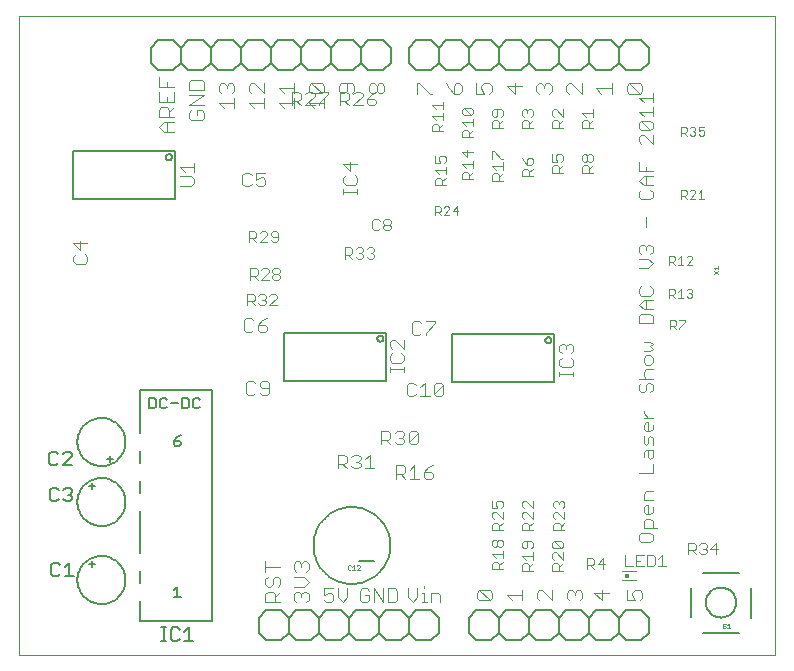
<source format=gto>
G75*
G70*
%OFA0B0*%
%FSLAX24Y24*%
%IPPOS*%
%LPD*%
%AMOC8*
5,1,8,0,0,1.08239X$1,22.5*
%
%ADD10C,0.0040*%
%ADD11C,0.0000*%
%ADD12C,0.0060*%
%ADD13C,0.0050*%
%ADD14C,0.0020*%
%ADD15C,0.0030*%
%ADD16C,0.0080*%
%ADD17C,0.0010*%
%ADD18R,0.0118X0.0118*%
D10*
X010887Y001866D02*
X010887Y002121D01*
X010972Y002207D01*
X011143Y002207D01*
X011228Y002121D01*
X011228Y001866D01*
X011228Y002036D02*
X011399Y002207D01*
X011314Y002373D02*
X011399Y002458D01*
X011399Y002629D01*
X011314Y002714D01*
X011228Y002714D01*
X011143Y002629D01*
X011143Y002458D01*
X011058Y002373D01*
X010972Y002373D01*
X010887Y002458D01*
X010887Y002629D01*
X010972Y002714D01*
X010887Y002881D02*
X010887Y003222D01*
X010887Y003051D02*
X011399Y003051D01*
X011837Y002966D02*
X011837Y003136D01*
X011922Y003222D01*
X012008Y003222D01*
X012093Y003136D01*
X012178Y003222D01*
X012264Y003222D01*
X012349Y003136D01*
X012349Y002966D01*
X012264Y002881D01*
X012178Y002714D02*
X011837Y002714D01*
X011922Y002881D02*
X011837Y002966D01*
X012093Y003051D02*
X012093Y003136D01*
X012178Y002714D02*
X012349Y002544D01*
X012178Y002373D01*
X011837Y002373D01*
X011922Y002207D02*
X012008Y002207D01*
X012093Y002121D01*
X012178Y002207D01*
X012264Y002207D01*
X012349Y002121D01*
X012349Y001951D01*
X012264Y001866D01*
X012093Y002036D02*
X012093Y002121D01*
X011922Y002207D02*
X011837Y002121D01*
X011837Y001951D01*
X011922Y001866D01*
X011399Y001866D02*
X010887Y001866D01*
X012854Y001942D02*
X012931Y001866D01*
X013084Y001866D01*
X013161Y001942D01*
X013161Y002096D01*
X013084Y002172D01*
X013007Y002172D01*
X012854Y002096D01*
X012854Y002326D01*
X013161Y002326D01*
X013314Y002326D02*
X013314Y002019D01*
X013468Y001866D01*
X013621Y002019D01*
X013621Y002326D01*
X014054Y002249D02*
X014054Y001942D01*
X014131Y001866D01*
X014284Y001866D01*
X014361Y001942D01*
X014361Y002096D01*
X014207Y002096D01*
X014054Y002249D02*
X014131Y002326D01*
X014284Y002326D01*
X014361Y002249D01*
X014514Y002326D02*
X014821Y001866D01*
X014821Y002326D01*
X014975Y002326D02*
X015205Y002326D01*
X015281Y002249D01*
X015281Y001942D01*
X015205Y001866D01*
X014975Y001866D01*
X014975Y002326D01*
X014514Y002326D02*
X014514Y001866D01*
X015654Y002019D02*
X015807Y001866D01*
X015961Y002019D01*
X015961Y002326D01*
X016114Y002172D02*
X016191Y002172D01*
X016191Y001866D01*
X016114Y001866D02*
X016268Y001866D01*
X016421Y001866D02*
X016421Y002172D01*
X016651Y002172D01*
X016728Y002096D01*
X016728Y001866D01*
X016191Y002326D02*
X016191Y002403D01*
X015654Y002326D02*
X015654Y002019D01*
X017949Y002006D02*
X018034Y001921D01*
X018375Y001921D01*
X018034Y002262D01*
X018375Y002262D01*
X018461Y002177D01*
X018461Y002006D01*
X018375Y001921D01*
X017949Y002006D02*
X017949Y002177D01*
X018034Y002262D01*
X018949Y002091D02*
X019461Y002091D01*
X019461Y001921D02*
X019461Y002262D01*
X019949Y002177D02*
X019949Y002006D01*
X020034Y001921D01*
X019949Y002177D02*
X020034Y002262D01*
X020119Y002262D01*
X020461Y001921D01*
X020461Y002262D01*
X020949Y002177D02*
X020949Y002006D01*
X021034Y001921D01*
X021205Y002091D02*
X021205Y002177D01*
X021290Y002262D01*
X021375Y002262D01*
X021461Y002177D01*
X021461Y002006D01*
X021375Y001921D01*
X021205Y002177D02*
X021119Y002262D01*
X021034Y002262D01*
X020949Y002177D01*
X021849Y002177D02*
X022105Y001921D01*
X022105Y002262D01*
X022361Y002177D02*
X021849Y002177D01*
X022794Y002613D02*
X023267Y002613D01*
X023267Y002889D02*
X022794Y002889D01*
X022949Y002262D02*
X022949Y001921D01*
X023205Y001921D01*
X023119Y002091D01*
X023119Y002177D01*
X023205Y002262D01*
X023375Y002262D01*
X023461Y002177D01*
X023461Y002006D01*
X023375Y001921D01*
X023427Y003871D02*
X023734Y003871D01*
X023811Y003947D01*
X023811Y004101D01*
X023734Y004178D01*
X023427Y004178D01*
X023350Y004101D01*
X023350Y003947D01*
X023427Y003871D01*
X023504Y004331D02*
X023504Y004561D01*
X023580Y004638D01*
X023734Y004638D01*
X023811Y004561D01*
X023811Y004331D01*
X023964Y004331D02*
X023504Y004331D01*
X023580Y004791D02*
X023504Y004868D01*
X023504Y005022D01*
X023580Y005098D01*
X023657Y005098D01*
X023657Y004791D01*
X023734Y004791D02*
X023580Y004791D01*
X023734Y004791D02*
X023811Y004868D01*
X023811Y005022D01*
X023811Y005252D02*
X023504Y005252D01*
X023504Y005482D01*
X023580Y005559D01*
X023811Y005559D01*
X023811Y006173D02*
X023350Y006173D01*
X023811Y006173D02*
X023811Y006479D01*
X023734Y006633D02*
X023657Y006710D01*
X023657Y006940D01*
X023580Y006940D02*
X023811Y006940D01*
X023811Y006710D01*
X023734Y006633D01*
X023504Y006710D02*
X023504Y006863D01*
X023580Y006940D01*
X023580Y007093D02*
X023504Y007170D01*
X023504Y007400D01*
X023657Y007323D02*
X023657Y007170D01*
X023580Y007093D01*
X023811Y007093D02*
X023811Y007323D01*
X023734Y007400D01*
X023657Y007323D01*
X023657Y007554D02*
X023657Y007861D01*
X023580Y007861D01*
X023504Y007784D01*
X023504Y007630D01*
X023580Y007554D01*
X023734Y007554D01*
X023811Y007630D01*
X023811Y007784D01*
X023811Y008014D02*
X023504Y008014D01*
X023657Y008014D02*
X023504Y008167D01*
X023504Y008244D01*
X023504Y008858D02*
X023580Y008935D01*
X023580Y009088D01*
X023657Y009165D01*
X023734Y009165D01*
X023811Y009088D01*
X023811Y008935D01*
X023734Y008858D01*
X023504Y008858D02*
X023427Y008858D01*
X023350Y008935D01*
X023350Y009088D01*
X023427Y009165D01*
X023350Y009318D02*
X023811Y009318D01*
X023580Y009318D02*
X023504Y009395D01*
X023504Y009548D01*
X023580Y009625D01*
X023811Y009625D01*
X023734Y009779D02*
X023580Y009779D01*
X023504Y009855D01*
X023504Y010009D01*
X023580Y010086D01*
X023734Y010086D01*
X023811Y010009D01*
X023811Y009855D01*
X023734Y009779D01*
X023734Y010239D02*
X023504Y010239D01*
X023734Y010239D02*
X023811Y010316D01*
X023734Y010392D01*
X023811Y010469D01*
X023734Y010546D01*
X023504Y010546D01*
X023350Y011160D02*
X023350Y011390D01*
X023427Y011467D01*
X023734Y011467D01*
X023811Y011390D01*
X023811Y011160D01*
X023350Y011160D01*
X023504Y011620D02*
X023350Y011774D01*
X023504Y011927D01*
X023811Y011927D01*
X023734Y012080D02*
X023427Y012080D01*
X023350Y012157D01*
X023350Y012311D01*
X023427Y012387D01*
X023734Y012387D02*
X023811Y012311D01*
X023811Y012157D01*
X023734Y012080D01*
X023580Y011927D02*
X023580Y011620D01*
X023504Y011620D02*
X023811Y011620D01*
X023657Y013001D02*
X023350Y013001D01*
X023350Y013308D02*
X023657Y013308D01*
X023811Y013155D01*
X023657Y013001D01*
X023734Y013461D02*
X023811Y013538D01*
X023811Y013692D01*
X023734Y013768D01*
X023657Y013768D01*
X023580Y013692D01*
X023580Y013615D01*
X023580Y013692D02*
X023504Y013768D01*
X023427Y013768D01*
X023350Y013692D01*
X023350Y013538D01*
X023427Y013461D01*
X023580Y014382D02*
X023580Y014689D01*
X023427Y015303D02*
X023734Y015303D01*
X023811Y015380D01*
X023811Y015533D01*
X023734Y015610D01*
X023811Y015763D02*
X023504Y015763D01*
X023350Y015917D01*
X023504Y016070D01*
X023811Y016070D01*
X023811Y016224D02*
X023350Y016224D01*
X023350Y016531D01*
X023580Y016377D02*
X023580Y016224D01*
X023580Y016070D02*
X023580Y015763D01*
X023427Y015610D02*
X023350Y015533D01*
X023350Y015380D01*
X023427Y015303D01*
X023427Y017144D02*
X023350Y017221D01*
X023350Y017374D01*
X023427Y017451D01*
X023504Y017451D01*
X023811Y017144D01*
X023811Y017451D01*
X023734Y017605D02*
X023427Y017912D01*
X023734Y017912D01*
X023811Y017835D01*
X023811Y017681D01*
X023734Y017605D01*
X023427Y017605D01*
X023350Y017681D01*
X023350Y017835D01*
X023427Y017912D01*
X023504Y018065D02*
X023350Y018218D01*
X023811Y018218D01*
X023811Y018065D02*
X023811Y018372D01*
X023811Y018525D02*
X023811Y018832D01*
X023811Y018679D02*
X023350Y018679D01*
X023504Y018525D01*
X023374Y018816D02*
X023033Y018816D01*
X022948Y018901D01*
X022948Y019071D01*
X023033Y019157D01*
X023374Y018816D01*
X023460Y018901D01*
X023460Y019071D01*
X023374Y019157D01*
X023033Y019157D01*
X022435Y019157D02*
X022435Y018816D01*
X022435Y018986D02*
X021923Y018986D01*
X022094Y018816D01*
X021435Y018816D02*
X021435Y019157D01*
X021094Y019157D02*
X021008Y019157D01*
X020923Y019071D01*
X020923Y018901D01*
X021008Y018816D01*
X020435Y018901D02*
X020435Y019071D01*
X020349Y019157D01*
X020264Y019157D01*
X020179Y019071D01*
X020179Y018986D01*
X020179Y019071D02*
X020094Y019157D01*
X020008Y019157D01*
X019923Y019071D01*
X019923Y018901D01*
X020008Y018816D01*
X020349Y018816D02*
X020435Y018901D01*
X021094Y019157D02*
X021435Y018816D01*
X019460Y019071D02*
X018948Y019071D01*
X019204Y018816D01*
X019204Y019157D01*
X018435Y019071D02*
X018435Y018901D01*
X018349Y018816D01*
X018179Y018816D02*
X018094Y018986D01*
X018094Y019071D01*
X018179Y019157D01*
X018349Y019157D01*
X018435Y019071D01*
X018179Y018816D02*
X017923Y018816D01*
X017923Y019157D01*
X017435Y019071D02*
X017435Y018901D01*
X017349Y018816D01*
X017179Y018816D01*
X017179Y019071D01*
X017264Y019157D01*
X017349Y019157D01*
X017435Y019071D01*
X017179Y018816D02*
X017008Y018986D01*
X016923Y019157D01*
X016460Y018816D02*
X016374Y018816D01*
X016033Y019157D01*
X015948Y019157D01*
X015948Y018816D01*
X014861Y018906D02*
X014775Y018821D01*
X014690Y018821D01*
X014605Y018906D01*
X014605Y019077D01*
X014690Y019162D01*
X014775Y019162D01*
X014861Y019077D01*
X014861Y018906D01*
X014605Y018906D02*
X014519Y018821D01*
X014434Y018821D01*
X014349Y018906D01*
X014349Y019077D01*
X014434Y019162D01*
X014519Y019162D01*
X014605Y019077D01*
X014597Y018881D02*
X014444Y018804D01*
X014290Y018651D01*
X014520Y018651D01*
X014597Y018574D01*
X014597Y018497D01*
X014520Y018421D01*
X014367Y018421D01*
X014290Y018497D01*
X014290Y018651D01*
X014137Y018728D02*
X014137Y018804D01*
X014060Y018881D01*
X013906Y018881D01*
X013830Y018804D01*
X013775Y018821D02*
X013861Y018906D01*
X013861Y019077D01*
X013775Y019162D01*
X013434Y019162D01*
X013349Y019077D01*
X013349Y018906D01*
X013434Y018821D01*
X013519Y018821D01*
X013605Y018906D01*
X013605Y019162D01*
X013600Y018881D02*
X013676Y018804D01*
X013676Y018651D01*
X013600Y018574D01*
X013369Y018574D01*
X013369Y018421D02*
X013369Y018881D01*
X013600Y018881D01*
X013523Y018574D02*
X013676Y018421D01*
X013830Y018421D02*
X014137Y018728D01*
X014137Y018421D02*
X013830Y018421D01*
X012997Y018804D02*
X012690Y018497D01*
X012690Y018421D01*
X012537Y018421D02*
X012230Y018421D01*
X012537Y018728D01*
X012537Y018804D01*
X012460Y018881D01*
X012306Y018881D01*
X012230Y018804D01*
X012076Y018804D02*
X012076Y018651D01*
X012000Y018574D01*
X011769Y018574D01*
X011861Y018491D02*
X011349Y018491D01*
X011519Y018321D01*
X011769Y018421D02*
X011769Y018881D01*
X012000Y018881D01*
X012076Y018804D01*
X011861Y018828D02*
X011861Y019169D01*
X011861Y018999D02*
X011349Y018999D01*
X011519Y018828D01*
X011861Y018662D02*
X011861Y018321D01*
X012076Y018421D02*
X011923Y018574D01*
X012349Y018491D02*
X012861Y018491D01*
X012861Y018321D02*
X012861Y018662D01*
X012775Y018828D02*
X012434Y018828D01*
X012349Y018914D01*
X012349Y019084D01*
X012434Y019169D01*
X012775Y018828D01*
X012861Y018914D01*
X012861Y019084D01*
X012775Y019169D01*
X012434Y019169D01*
X012690Y018881D02*
X012997Y018881D01*
X012997Y018804D01*
X012519Y018321D02*
X012349Y018491D01*
X010861Y018491D02*
X010349Y018491D01*
X010519Y018321D01*
X010861Y018321D02*
X010861Y018662D01*
X010861Y018828D02*
X010519Y019169D01*
X010434Y019169D01*
X010349Y019084D01*
X010349Y018914D01*
X010434Y018828D01*
X010861Y018828D02*
X010861Y019169D01*
X009861Y019084D02*
X009861Y018914D01*
X009775Y018828D01*
X009861Y018662D02*
X009861Y018321D01*
X009861Y018491D02*
X009349Y018491D01*
X009519Y018321D01*
X009434Y018828D02*
X009349Y018914D01*
X009349Y019084D01*
X009434Y019169D01*
X009519Y019169D01*
X009605Y019084D01*
X009690Y019169D01*
X009775Y019169D01*
X009861Y019084D01*
X009605Y019084D02*
X009605Y018999D01*
X008861Y018936D02*
X008861Y019192D01*
X008775Y019277D01*
X008434Y019277D01*
X008349Y019192D01*
X008349Y018936D01*
X008861Y018936D01*
X008861Y018769D02*
X008349Y018769D01*
X007861Y018877D02*
X007861Y018536D01*
X007349Y018536D01*
X007349Y018877D01*
X007349Y019043D02*
X007349Y019384D01*
X007605Y019214D02*
X007605Y019043D01*
X007861Y019043D02*
X007349Y019043D01*
X007605Y018706D02*
X007605Y018536D01*
X007605Y018369D02*
X007434Y018369D01*
X007349Y018284D01*
X007349Y018028D01*
X007861Y018028D01*
X007861Y017862D02*
X007519Y017862D01*
X007349Y017691D01*
X007519Y017521D01*
X007861Y017521D01*
X007605Y017521D02*
X007605Y017862D01*
X007690Y018028D02*
X007690Y018284D01*
X007605Y018369D01*
X007690Y018199D02*
X007861Y018369D01*
X008349Y018428D02*
X008861Y018769D01*
X008861Y018428D02*
X008349Y018428D01*
X008434Y018262D02*
X008349Y018177D01*
X008349Y018006D01*
X008434Y017921D01*
X008775Y017921D01*
X008861Y018006D01*
X008861Y018177D01*
X008775Y018262D01*
X008605Y018262D01*
X008605Y018091D01*
X008511Y016517D02*
X008511Y016210D01*
X008511Y016364D02*
X008050Y016364D01*
X008204Y016210D01*
X008050Y016057D02*
X008434Y016057D01*
X008511Y015980D01*
X008511Y015827D01*
X008434Y015750D01*
X008050Y015750D01*
X010130Y015797D02*
X010206Y015721D01*
X010360Y015721D01*
X010437Y015797D01*
X010590Y015797D02*
X010667Y015721D01*
X010820Y015721D01*
X010897Y015797D01*
X010897Y015951D01*
X010820Y016028D01*
X010744Y016028D01*
X010590Y015951D01*
X010590Y016181D01*
X010897Y016181D01*
X010437Y016104D02*
X010360Y016181D01*
X010206Y016181D01*
X010130Y016104D01*
X010130Y015797D01*
X013500Y015854D02*
X013577Y015778D01*
X013884Y015778D01*
X013961Y015854D01*
X013961Y016008D01*
X013884Y016085D01*
X013730Y016238D02*
X013730Y016545D01*
X013500Y016468D02*
X013730Y016238D01*
X013577Y016085D02*
X013500Y016008D01*
X013500Y015854D01*
X013500Y015624D02*
X013500Y015471D01*
X013500Y015547D02*
X013961Y015547D01*
X013961Y015471D02*
X013961Y015624D01*
X013961Y016468D02*
X013500Y016468D01*
X010947Y011331D02*
X010794Y011254D01*
X010640Y011101D01*
X010870Y011101D01*
X010947Y011024D01*
X010947Y010947D01*
X010870Y010871D01*
X010717Y010871D01*
X010640Y010947D01*
X010640Y011101D01*
X010487Y011254D02*
X010410Y011331D01*
X010256Y011331D01*
X010180Y011254D01*
X010180Y010947D01*
X010256Y010871D01*
X010410Y010871D01*
X010487Y010947D01*
X010481Y009231D02*
X010327Y009231D01*
X010251Y009154D01*
X010251Y008847D01*
X010327Y008771D01*
X010481Y008771D01*
X010557Y008847D01*
X010711Y008847D02*
X010788Y008771D01*
X010941Y008771D01*
X011018Y008847D01*
X011018Y009154D01*
X010941Y009231D01*
X010788Y009231D01*
X010711Y009154D01*
X010711Y009078D01*
X010788Y009001D01*
X011018Y009001D01*
X010557Y009154D02*
X010481Y009231D01*
X013301Y006781D02*
X013531Y006781D01*
X013607Y006704D01*
X013607Y006551D01*
X013531Y006474D01*
X013301Y006474D01*
X013454Y006474D02*
X013607Y006321D01*
X013761Y006397D02*
X013838Y006321D01*
X013991Y006321D01*
X014068Y006397D01*
X014068Y006474D01*
X013991Y006551D01*
X013914Y006551D01*
X013991Y006551D02*
X014068Y006628D01*
X014068Y006704D01*
X013991Y006781D01*
X013838Y006781D01*
X013761Y006704D01*
X014221Y006628D02*
X014375Y006781D01*
X014375Y006321D01*
X014528Y006321D02*
X014221Y006321D01*
X013301Y006321D02*
X013301Y006781D01*
X014751Y007121D02*
X014751Y007581D01*
X014981Y007581D01*
X015057Y007504D01*
X015057Y007351D01*
X014981Y007274D01*
X014751Y007274D01*
X014904Y007274D02*
X015057Y007121D01*
X015211Y007197D02*
X015288Y007121D01*
X015441Y007121D01*
X015518Y007197D01*
X015518Y007274D01*
X015441Y007351D01*
X015364Y007351D01*
X015441Y007351D02*
X015518Y007428D01*
X015518Y007504D01*
X015441Y007581D01*
X015288Y007581D01*
X015211Y007504D01*
X015671Y007504D02*
X015671Y007197D01*
X015978Y007504D01*
X015978Y007197D01*
X015901Y007121D01*
X015748Y007121D01*
X015671Y007197D01*
X015671Y007504D02*
X015748Y007581D01*
X015901Y007581D01*
X015978Y007504D01*
X015864Y006431D02*
X015864Y005971D01*
X015711Y005971D02*
X016018Y005971D01*
X016171Y006047D02*
X016248Y005971D01*
X016401Y005971D01*
X016478Y006047D01*
X016478Y006124D01*
X016401Y006201D01*
X016171Y006201D01*
X016171Y006047D01*
X016171Y006201D02*
X016325Y006354D01*
X016478Y006431D01*
X015864Y006431D02*
X015711Y006278D01*
X015557Y006354D02*
X015557Y006201D01*
X015481Y006124D01*
X015251Y006124D01*
X015404Y006124D02*
X015557Y005971D01*
X015251Y005971D02*
X015251Y006431D01*
X015481Y006431D01*
X015557Y006354D01*
X015677Y008721D02*
X015831Y008721D01*
X015907Y008797D01*
X016061Y008721D02*
X016368Y008721D01*
X016214Y008721D02*
X016214Y009181D01*
X016061Y009028D01*
X015907Y009104D02*
X015831Y009181D01*
X015677Y009181D01*
X015601Y009104D01*
X015601Y008797D01*
X015677Y008721D01*
X016521Y008797D02*
X016521Y009104D01*
X016598Y009181D01*
X016751Y009181D01*
X016828Y009104D01*
X016521Y008797D01*
X016598Y008721D01*
X016751Y008721D01*
X016828Y008797D01*
X016828Y009104D01*
X015511Y009543D02*
X015511Y009697D01*
X015511Y009620D02*
X015050Y009620D01*
X015050Y009543D02*
X015050Y009697D01*
X015127Y009850D02*
X015434Y009850D01*
X015511Y009927D01*
X015511Y010080D01*
X015434Y010157D01*
X015511Y010310D02*
X015204Y010617D01*
X015127Y010617D01*
X015050Y010541D01*
X015050Y010387D01*
X015127Y010310D01*
X015127Y010157D02*
X015050Y010080D01*
X015050Y009927D01*
X015127Y009850D01*
X015511Y010310D02*
X015511Y010617D01*
X015780Y010847D02*
X015856Y010771D01*
X016010Y010771D01*
X016087Y010847D01*
X016240Y010847D02*
X016240Y010771D01*
X016240Y010847D02*
X016547Y011154D01*
X016547Y011231D01*
X016240Y011231D01*
X016087Y011154D02*
X016010Y011231D01*
X015856Y011231D01*
X015780Y011154D01*
X015780Y010847D01*
X020700Y010391D02*
X020700Y010237D01*
X020777Y010160D01*
X020777Y010007D02*
X020700Y009930D01*
X020700Y009777D01*
X020777Y009700D01*
X021084Y009700D01*
X021161Y009777D01*
X021161Y009930D01*
X021084Y010007D01*
X021084Y010160D02*
X021161Y010237D01*
X021161Y010391D01*
X021084Y010467D01*
X021007Y010467D01*
X020930Y010391D01*
X020930Y010314D01*
X020930Y010391D02*
X020854Y010467D01*
X020777Y010467D01*
X020700Y010391D01*
X020700Y009547D02*
X020700Y009393D01*
X020700Y009470D02*
X021161Y009470D01*
X021161Y009393D02*
X021161Y009547D01*
X018949Y002091D02*
X019119Y001921D01*
X004961Y013227D02*
X004961Y013380D01*
X004884Y013457D01*
X004730Y013610D02*
X004730Y013917D01*
X004500Y013841D02*
X004730Y013610D01*
X004577Y013457D02*
X004500Y013380D01*
X004500Y013227D01*
X004577Y013150D01*
X004884Y013150D01*
X004961Y013227D01*
X004961Y013841D02*
X004500Y013841D01*
D11*
X002681Y021401D02*
X002681Y000101D01*
X027881Y000101D01*
X027881Y021401D01*
X002681Y021401D01*
D12*
X007081Y020351D02*
X007081Y019851D01*
X007331Y019601D01*
X007831Y019601D01*
X008081Y019851D01*
X008331Y019601D01*
X008831Y019601D01*
X009081Y019851D01*
X009081Y020351D01*
X008831Y020601D01*
X008331Y020601D01*
X008081Y020351D01*
X008081Y019851D01*
X008081Y020351D02*
X007831Y020601D01*
X007331Y020601D01*
X007081Y020351D01*
X009081Y020351D02*
X009331Y020601D01*
X009831Y020601D01*
X010081Y020351D01*
X010331Y020601D01*
X010831Y020601D01*
X011081Y020351D01*
X011331Y020601D01*
X011831Y020601D01*
X012081Y020351D01*
X012081Y019851D01*
X011831Y019601D01*
X011331Y019601D01*
X011081Y019851D01*
X010831Y019601D01*
X010331Y019601D01*
X010081Y019851D01*
X009831Y019601D01*
X009331Y019601D01*
X009081Y019851D01*
X010081Y019851D02*
X010081Y020351D01*
X011081Y020351D02*
X011081Y019851D01*
X012081Y019851D02*
X012331Y019601D01*
X012831Y019601D01*
X013081Y019851D01*
X013331Y019601D01*
X013831Y019601D01*
X014081Y019851D01*
X014331Y019601D01*
X014831Y019601D01*
X015081Y019851D01*
X015081Y020351D01*
X014831Y020601D01*
X014331Y020601D01*
X014081Y020351D01*
X014081Y019851D01*
X014081Y020351D02*
X013831Y020601D01*
X013331Y020601D01*
X013081Y020351D01*
X013081Y019851D01*
X013081Y020351D02*
X012831Y020601D01*
X012331Y020601D01*
X012081Y020351D01*
X015681Y020351D02*
X015681Y019851D01*
X015931Y019601D01*
X016431Y019601D01*
X016681Y019851D01*
X016931Y019601D01*
X017431Y019601D01*
X017681Y019851D01*
X017681Y020351D01*
X017431Y020601D01*
X016931Y020601D01*
X016681Y020351D01*
X016681Y019851D01*
X016681Y020351D02*
X016431Y020601D01*
X015931Y020601D01*
X015681Y020351D01*
X017681Y020351D02*
X017931Y020601D01*
X018431Y020601D01*
X018681Y020351D01*
X018931Y020601D01*
X019431Y020601D01*
X019681Y020351D01*
X019931Y020601D01*
X020431Y020601D01*
X020681Y020351D01*
X020681Y019851D01*
X020431Y019601D01*
X019931Y019601D01*
X019681Y019851D01*
X019431Y019601D01*
X018931Y019601D01*
X018681Y019851D01*
X018431Y019601D01*
X017931Y019601D01*
X017681Y019851D01*
X018681Y019851D02*
X018681Y020351D01*
X019681Y020351D02*
X019681Y019851D01*
X020681Y019851D02*
X020931Y019601D01*
X021431Y019601D01*
X021681Y019851D01*
X021931Y019601D01*
X022431Y019601D01*
X022681Y019851D01*
X022931Y019601D01*
X023431Y019601D01*
X023681Y019851D01*
X023681Y020351D01*
X023431Y020601D01*
X022931Y020601D01*
X022681Y020351D01*
X022681Y019851D01*
X022681Y020351D02*
X022431Y020601D01*
X021931Y020601D01*
X021681Y020351D01*
X021681Y019851D01*
X021681Y020351D02*
X021431Y020601D01*
X020931Y020601D01*
X020681Y020351D01*
X009131Y008951D02*
X006731Y008951D01*
X006731Y007501D01*
X006731Y006901D02*
X006731Y006501D01*
X006731Y005901D02*
X006731Y005501D01*
X006731Y004901D02*
X006731Y003501D01*
X006731Y002901D02*
X006731Y002501D01*
X006731Y001901D02*
X006731Y001251D01*
X009131Y001251D01*
X009131Y008951D01*
X005831Y006651D02*
X005631Y006651D01*
X005731Y006751D02*
X005731Y006551D01*
X004631Y007201D02*
X004633Y007257D01*
X004639Y007314D01*
X004649Y007369D01*
X004663Y007424D01*
X004680Y007478D01*
X004702Y007530D01*
X004727Y007580D01*
X004755Y007629D01*
X004787Y007676D01*
X004822Y007720D01*
X004860Y007762D01*
X004901Y007801D01*
X004945Y007836D01*
X004991Y007869D01*
X005039Y007898D01*
X005089Y007924D01*
X005141Y007947D01*
X005195Y007965D01*
X005249Y007980D01*
X005304Y007991D01*
X005360Y007998D01*
X005417Y008001D01*
X005473Y008000D01*
X005530Y007995D01*
X005585Y007986D01*
X005640Y007973D01*
X005694Y007956D01*
X005747Y007936D01*
X005798Y007912D01*
X005847Y007884D01*
X005894Y007853D01*
X005939Y007819D01*
X005982Y007781D01*
X006021Y007741D01*
X006058Y007698D01*
X006091Y007653D01*
X006121Y007605D01*
X006148Y007555D01*
X006171Y007504D01*
X006191Y007451D01*
X006207Y007397D01*
X006219Y007341D01*
X006227Y007286D01*
X006231Y007229D01*
X006231Y007173D01*
X006227Y007116D01*
X006219Y007061D01*
X006207Y007005D01*
X006191Y006951D01*
X006171Y006898D01*
X006148Y006847D01*
X006121Y006797D01*
X006091Y006749D01*
X006058Y006704D01*
X006021Y006661D01*
X005982Y006621D01*
X005939Y006583D01*
X005894Y006549D01*
X005847Y006518D01*
X005798Y006490D01*
X005747Y006466D01*
X005694Y006446D01*
X005640Y006429D01*
X005585Y006416D01*
X005530Y006407D01*
X005473Y006402D01*
X005417Y006401D01*
X005360Y006404D01*
X005304Y006411D01*
X005249Y006422D01*
X005195Y006437D01*
X005141Y006455D01*
X005089Y006478D01*
X005039Y006504D01*
X004991Y006533D01*
X004945Y006566D01*
X004901Y006601D01*
X004860Y006640D01*
X004822Y006682D01*
X004787Y006726D01*
X004755Y006773D01*
X004727Y006822D01*
X004702Y006872D01*
X004680Y006924D01*
X004663Y006978D01*
X004649Y007033D01*
X004639Y007088D01*
X004633Y007145D01*
X004631Y007201D01*
X005131Y005851D02*
X005131Y005651D01*
X005031Y005751D02*
X005231Y005751D01*
X004631Y005201D02*
X004633Y005257D01*
X004639Y005314D01*
X004649Y005369D01*
X004663Y005424D01*
X004680Y005478D01*
X004702Y005530D01*
X004727Y005580D01*
X004755Y005629D01*
X004787Y005676D01*
X004822Y005720D01*
X004860Y005762D01*
X004901Y005801D01*
X004945Y005836D01*
X004991Y005869D01*
X005039Y005898D01*
X005089Y005924D01*
X005141Y005947D01*
X005195Y005965D01*
X005249Y005980D01*
X005304Y005991D01*
X005360Y005998D01*
X005417Y006001D01*
X005473Y006000D01*
X005530Y005995D01*
X005585Y005986D01*
X005640Y005973D01*
X005694Y005956D01*
X005747Y005936D01*
X005798Y005912D01*
X005847Y005884D01*
X005894Y005853D01*
X005939Y005819D01*
X005982Y005781D01*
X006021Y005741D01*
X006058Y005698D01*
X006091Y005653D01*
X006121Y005605D01*
X006148Y005555D01*
X006171Y005504D01*
X006191Y005451D01*
X006207Y005397D01*
X006219Y005341D01*
X006227Y005286D01*
X006231Y005229D01*
X006231Y005173D01*
X006227Y005116D01*
X006219Y005061D01*
X006207Y005005D01*
X006191Y004951D01*
X006171Y004898D01*
X006148Y004847D01*
X006121Y004797D01*
X006091Y004749D01*
X006058Y004704D01*
X006021Y004661D01*
X005982Y004621D01*
X005939Y004583D01*
X005894Y004549D01*
X005847Y004518D01*
X005798Y004490D01*
X005747Y004466D01*
X005694Y004446D01*
X005640Y004429D01*
X005585Y004416D01*
X005530Y004407D01*
X005473Y004402D01*
X005417Y004401D01*
X005360Y004404D01*
X005304Y004411D01*
X005249Y004422D01*
X005195Y004437D01*
X005141Y004455D01*
X005089Y004478D01*
X005039Y004504D01*
X004991Y004533D01*
X004945Y004566D01*
X004901Y004601D01*
X004860Y004640D01*
X004822Y004682D01*
X004787Y004726D01*
X004755Y004773D01*
X004727Y004822D01*
X004702Y004872D01*
X004680Y004924D01*
X004663Y004978D01*
X004649Y005033D01*
X004639Y005088D01*
X004633Y005145D01*
X004631Y005201D01*
X005131Y003251D02*
X005131Y003051D01*
X005031Y003151D02*
X005231Y003151D01*
X004631Y002601D02*
X004633Y002657D01*
X004639Y002714D01*
X004649Y002769D01*
X004663Y002824D01*
X004680Y002878D01*
X004702Y002930D01*
X004727Y002980D01*
X004755Y003029D01*
X004787Y003076D01*
X004822Y003120D01*
X004860Y003162D01*
X004901Y003201D01*
X004945Y003236D01*
X004991Y003269D01*
X005039Y003298D01*
X005089Y003324D01*
X005141Y003347D01*
X005195Y003365D01*
X005249Y003380D01*
X005304Y003391D01*
X005360Y003398D01*
X005417Y003401D01*
X005473Y003400D01*
X005530Y003395D01*
X005585Y003386D01*
X005640Y003373D01*
X005694Y003356D01*
X005747Y003336D01*
X005798Y003312D01*
X005847Y003284D01*
X005894Y003253D01*
X005939Y003219D01*
X005982Y003181D01*
X006021Y003141D01*
X006058Y003098D01*
X006091Y003053D01*
X006121Y003005D01*
X006148Y002955D01*
X006171Y002904D01*
X006191Y002851D01*
X006207Y002797D01*
X006219Y002741D01*
X006227Y002686D01*
X006231Y002629D01*
X006231Y002573D01*
X006227Y002516D01*
X006219Y002461D01*
X006207Y002405D01*
X006191Y002351D01*
X006171Y002298D01*
X006148Y002247D01*
X006121Y002197D01*
X006091Y002149D01*
X006058Y002104D01*
X006021Y002061D01*
X005982Y002021D01*
X005939Y001983D01*
X005894Y001949D01*
X005847Y001918D01*
X005798Y001890D01*
X005747Y001866D01*
X005694Y001846D01*
X005640Y001829D01*
X005585Y001816D01*
X005530Y001807D01*
X005473Y001802D01*
X005417Y001801D01*
X005360Y001804D01*
X005304Y001811D01*
X005249Y001822D01*
X005195Y001837D01*
X005141Y001855D01*
X005089Y001878D01*
X005039Y001904D01*
X004991Y001933D01*
X004945Y001966D01*
X004901Y002001D01*
X004860Y002040D01*
X004822Y002082D01*
X004787Y002126D01*
X004755Y002173D01*
X004727Y002222D01*
X004702Y002272D01*
X004680Y002324D01*
X004663Y002378D01*
X004649Y002433D01*
X004639Y002488D01*
X004633Y002545D01*
X004631Y002601D01*
X010681Y001351D02*
X010681Y000851D01*
X010931Y000601D01*
X011431Y000601D01*
X011681Y000851D01*
X011931Y000601D01*
X012431Y000601D01*
X012681Y000851D01*
X012681Y001351D01*
X012431Y001601D01*
X011931Y001601D01*
X011681Y001351D01*
X011681Y000851D01*
X011681Y001351D02*
X011431Y001601D01*
X010931Y001601D01*
X010681Y001351D01*
X012681Y001351D02*
X012931Y001601D01*
X013431Y001601D01*
X013681Y001351D01*
X013931Y001601D01*
X014431Y001601D01*
X014681Y001351D01*
X014931Y001601D01*
X015431Y001601D01*
X015681Y001351D01*
X015931Y001601D01*
X016431Y001601D01*
X016681Y001351D01*
X016681Y000851D01*
X016431Y000601D01*
X015931Y000601D01*
X015681Y000851D01*
X015431Y000601D01*
X014931Y000601D01*
X014681Y000851D01*
X014431Y000601D01*
X013931Y000601D01*
X013681Y000851D01*
X013431Y000601D01*
X012931Y000601D01*
X012681Y000851D01*
X013681Y000851D02*
X013681Y001351D01*
X014681Y001351D02*
X014681Y000851D01*
X015681Y000851D02*
X015681Y001351D01*
X017681Y001351D02*
X017681Y000851D01*
X017931Y000601D01*
X018431Y000601D01*
X018681Y000851D01*
X018931Y000601D01*
X019431Y000601D01*
X019681Y000851D01*
X019681Y001351D01*
X019431Y001601D01*
X018931Y001601D01*
X018681Y001351D01*
X018681Y000851D01*
X018681Y001351D02*
X018431Y001601D01*
X017931Y001601D01*
X017681Y001351D01*
X019681Y001351D02*
X019931Y001601D01*
X020431Y001601D01*
X020681Y001351D01*
X020931Y001601D01*
X021431Y001601D01*
X021681Y001351D01*
X021931Y001601D01*
X022431Y001601D01*
X022681Y001351D01*
X022931Y001601D01*
X023431Y001601D01*
X023681Y001351D01*
X023681Y000851D01*
X023431Y000601D01*
X022931Y000601D01*
X022681Y000851D01*
X022431Y000601D01*
X021931Y000601D01*
X021681Y000851D01*
X021431Y000601D01*
X020931Y000601D01*
X020681Y000851D01*
X020431Y000601D01*
X019931Y000601D01*
X019681Y000851D01*
X020681Y000851D02*
X020681Y001351D01*
X021681Y001351D02*
X021681Y000851D01*
X022681Y000851D02*
X022681Y001351D01*
D13*
X020531Y009201D02*
X017131Y009201D01*
X017131Y010801D01*
X020531Y010801D01*
X020531Y009201D01*
X020231Y010601D02*
X020233Y010621D01*
X020239Y010639D01*
X020248Y010657D01*
X020260Y010672D01*
X020275Y010684D01*
X020293Y010693D01*
X020311Y010699D01*
X020331Y010701D01*
X020351Y010699D01*
X020369Y010693D01*
X020387Y010684D01*
X020402Y010672D01*
X020414Y010657D01*
X020423Y010639D01*
X020429Y010621D01*
X020431Y010601D01*
X020429Y010581D01*
X020423Y010563D01*
X020414Y010545D01*
X020402Y010530D01*
X020387Y010518D01*
X020369Y010509D01*
X020351Y010503D01*
X020331Y010501D01*
X020311Y010503D01*
X020293Y010509D01*
X020275Y010518D01*
X020260Y010530D01*
X020248Y010545D01*
X020239Y010563D01*
X020233Y010581D01*
X020231Y010601D01*
X014931Y010851D02*
X014931Y009251D01*
X011531Y009251D01*
X011531Y010851D01*
X014931Y010851D01*
X014631Y010651D02*
X014633Y010671D01*
X014639Y010689D01*
X014648Y010707D01*
X014660Y010722D01*
X014675Y010734D01*
X014693Y010743D01*
X014711Y010749D01*
X014731Y010751D01*
X014751Y010749D01*
X014769Y010743D01*
X014787Y010734D01*
X014802Y010722D01*
X014814Y010707D01*
X014823Y010689D01*
X014829Y010671D01*
X014831Y010651D01*
X014829Y010631D01*
X014823Y010613D01*
X014814Y010595D01*
X014802Y010580D01*
X014787Y010568D01*
X014769Y010559D01*
X014751Y010553D01*
X014731Y010551D01*
X014711Y010553D01*
X014693Y010559D01*
X014675Y010568D01*
X014660Y010580D01*
X014648Y010595D01*
X014639Y010613D01*
X014633Y010631D01*
X014631Y010651D01*
X008721Y008618D02*
X008662Y008676D01*
X008546Y008676D01*
X008487Y008618D01*
X008487Y008384D01*
X008546Y008326D01*
X008662Y008326D01*
X008721Y008384D01*
X008352Y008384D02*
X008352Y008618D01*
X008294Y008676D01*
X008119Y008676D01*
X008119Y008326D01*
X008294Y008326D01*
X008352Y008384D01*
X007984Y008501D02*
X007751Y008501D01*
X007616Y008618D02*
X007557Y008676D01*
X007441Y008676D01*
X007382Y008618D01*
X007382Y008384D01*
X007441Y008326D01*
X007557Y008326D01*
X007616Y008384D01*
X007248Y008384D02*
X007248Y008618D01*
X007189Y008676D01*
X007014Y008676D01*
X007014Y008326D01*
X007189Y008326D01*
X007248Y008384D01*
X007954Y007368D02*
X007837Y007251D01*
X008012Y007251D01*
X008071Y007193D01*
X008071Y007134D01*
X008012Y007076D01*
X007896Y007076D01*
X007837Y007134D01*
X007837Y007251D01*
X007954Y007368D02*
X008071Y007426D01*
X004445Y006801D02*
X004370Y006876D01*
X004220Y006876D01*
X004145Y006801D01*
X003985Y006801D02*
X003910Y006876D01*
X003760Y006876D01*
X003685Y006801D01*
X003685Y006501D01*
X003760Y006426D01*
X003910Y006426D01*
X003985Y006501D01*
X004145Y006426D02*
X004445Y006726D01*
X004445Y006801D01*
X004445Y006426D02*
X004145Y006426D01*
X004241Y005676D02*
X004166Y005601D01*
X004241Y005676D02*
X004391Y005676D01*
X004466Y005601D01*
X004466Y005526D01*
X004391Y005451D01*
X004466Y005376D01*
X004466Y005301D01*
X004391Y005226D01*
X004241Y005226D01*
X004166Y005301D01*
X004006Y005301D02*
X003931Y005226D01*
X003781Y005226D01*
X003706Y005301D01*
X003706Y005601D01*
X003781Y005676D01*
X003931Y005676D01*
X004006Y005601D01*
X004316Y005451D02*
X004391Y005451D01*
X004366Y003176D02*
X004366Y002726D01*
X004216Y002726D02*
X004516Y002726D01*
X004056Y002801D02*
X003981Y002726D01*
X003831Y002726D01*
X003756Y002801D01*
X003756Y003101D01*
X003831Y003176D01*
X003981Y003176D01*
X004056Y003101D01*
X004216Y003026D02*
X004366Y003176D01*
X007428Y001026D02*
X007578Y001026D01*
X007503Y001026D02*
X007503Y000576D01*
X007428Y000576D02*
X007578Y000576D01*
X007735Y000651D02*
X007810Y000576D01*
X007960Y000576D01*
X008035Y000651D01*
X008195Y000576D02*
X008495Y000576D01*
X008345Y000576D02*
X008345Y001026D01*
X008195Y000876D01*
X008035Y000951D02*
X007960Y001026D01*
X007810Y001026D01*
X007735Y000951D01*
X007735Y000651D01*
X007837Y002026D02*
X008071Y002026D01*
X007954Y002026D02*
X007954Y002376D01*
X007837Y002259D01*
X007881Y015301D02*
X004481Y015301D01*
X004481Y016901D01*
X007881Y016901D01*
X007881Y015301D01*
X007581Y016701D02*
X007583Y016721D01*
X007589Y016739D01*
X007598Y016757D01*
X007610Y016772D01*
X007625Y016784D01*
X007643Y016793D01*
X007661Y016799D01*
X007681Y016801D01*
X007701Y016799D01*
X007719Y016793D01*
X007737Y016784D01*
X007752Y016772D01*
X007764Y016757D01*
X007773Y016739D01*
X007779Y016721D01*
X007781Y016701D01*
X007779Y016681D01*
X007773Y016663D01*
X007764Y016645D01*
X007752Y016630D01*
X007737Y016618D01*
X007719Y016609D01*
X007701Y016603D01*
X007681Y016601D01*
X007661Y016603D01*
X007643Y016609D01*
X007625Y016618D01*
X007610Y016630D01*
X007598Y016645D01*
X007589Y016663D01*
X007583Y016681D01*
X007581Y016701D01*
D14*
X025840Y013010D02*
X025981Y013010D01*
X025981Y012963D02*
X025981Y013057D01*
X025887Y012963D02*
X025840Y013010D01*
X025840Y012910D02*
X025981Y012816D01*
X025981Y012910D02*
X025840Y012816D01*
D15*
X025128Y013116D02*
X024935Y013116D01*
X025128Y013309D01*
X025128Y013358D01*
X025080Y013406D01*
X024983Y013406D01*
X024935Y013358D01*
X024737Y013406D02*
X024737Y013116D01*
X024640Y013116D02*
X024834Y013116D01*
X024640Y013309D02*
X024737Y013406D01*
X024539Y013358D02*
X024539Y013261D01*
X024491Y013213D01*
X024346Y013213D01*
X024442Y013213D02*
X024539Y013116D01*
X024346Y013116D02*
X024346Y013406D01*
X024491Y013406D01*
X024539Y013358D01*
X024491Y012306D02*
X024539Y012258D01*
X024539Y012161D01*
X024491Y012113D01*
X024346Y012113D01*
X024442Y012113D02*
X024539Y012016D01*
X024640Y012016D02*
X024834Y012016D01*
X024737Y012016D02*
X024737Y012306D01*
X024640Y012209D01*
X024491Y012306D02*
X024346Y012306D01*
X024346Y012016D01*
X024935Y012064D02*
X024983Y012016D01*
X025080Y012016D01*
X025128Y012064D01*
X025128Y012113D01*
X025080Y012161D01*
X025032Y012161D01*
X025080Y012161D02*
X025128Y012209D01*
X025128Y012258D01*
X025080Y012306D01*
X024983Y012306D01*
X024935Y012258D01*
X024884Y011256D02*
X024884Y011208D01*
X024690Y011014D01*
X024690Y010966D01*
X024589Y010966D02*
X024492Y011063D01*
X024541Y011063D02*
X024396Y011063D01*
X024396Y010966D02*
X024396Y011256D01*
X024541Y011256D01*
X024589Y011208D01*
X024589Y011111D01*
X024541Y011063D01*
X024690Y011256D02*
X024884Y011256D01*
X024939Y015316D02*
X024842Y015413D01*
X024891Y015413D02*
X024746Y015413D01*
X024746Y015316D02*
X024746Y015606D01*
X024891Y015606D01*
X024939Y015558D01*
X024939Y015461D01*
X024891Y015413D01*
X025040Y015316D02*
X025234Y015509D01*
X025234Y015558D01*
X025185Y015606D01*
X025089Y015606D01*
X025040Y015558D01*
X025040Y015316D02*
X025234Y015316D01*
X025335Y015316D02*
X025528Y015316D01*
X025432Y015316D02*
X025432Y015606D01*
X025335Y015509D01*
X025383Y017416D02*
X025335Y017464D01*
X025383Y017416D02*
X025480Y017416D01*
X025528Y017464D01*
X025528Y017561D01*
X025480Y017609D01*
X025432Y017609D01*
X025335Y017561D01*
X025335Y017706D01*
X025528Y017706D01*
X025234Y017658D02*
X025234Y017609D01*
X025185Y017561D01*
X025234Y017513D01*
X025234Y017464D01*
X025185Y017416D01*
X025089Y017416D01*
X025040Y017464D01*
X024939Y017416D02*
X024842Y017513D01*
X024891Y017513D02*
X024746Y017513D01*
X024746Y017416D02*
X024746Y017706D01*
X024891Y017706D01*
X024939Y017658D01*
X024939Y017561D01*
X024891Y017513D01*
X025040Y017658D02*
X025089Y017706D01*
X025185Y017706D01*
X025234Y017658D01*
X025185Y017561D02*
X025137Y017561D01*
X021816Y017679D02*
X021445Y017679D01*
X021445Y017864D01*
X021507Y017926D01*
X021630Y017926D01*
X021692Y017864D01*
X021692Y017679D01*
X021692Y017803D02*
X021816Y017926D01*
X021816Y018047D02*
X021816Y018294D01*
X021816Y018171D02*
X021445Y018171D01*
X021569Y018047D01*
X020816Y018047D02*
X020816Y018294D01*
X020816Y018047D02*
X020569Y018294D01*
X020507Y018294D01*
X020445Y018233D01*
X020445Y018109D01*
X020507Y018047D01*
X020507Y017926D02*
X020630Y017926D01*
X020692Y017864D01*
X020692Y017679D01*
X020816Y017679D02*
X020445Y017679D01*
X020445Y017864D01*
X020507Y017926D01*
X020692Y017803D02*
X020816Y017926D01*
X019816Y017926D02*
X019692Y017803D01*
X019692Y017864D02*
X019692Y017679D01*
X019816Y017679D02*
X019445Y017679D01*
X019445Y017864D01*
X019507Y017926D01*
X019630Y017926D01*
X019692Y017864D01*
X019754Y018047D02*
X019816Y018109D01*
X019816Y018233D01*
X019754Y018294D01*
X019692Y018294D01*
X019630Y018233D01*
X019630Y018171D01*
X019630Y018233D02*
X019569Y018294D01*
X019507Y018294D01*
X019445Y018233D01*
X019445Y018109D01*
X019507Y018047D01*
X018816Y018109D02*
X018816Y018233D01*
X018754Y018294D01*
X018507Y018294D01*
X018445Y018233D01*
X018445Y018109D01*
X018507Y018047D01*
X018569Y018047D01*
X018630Y018109D01*
X018630Y018294D01*
X018816Y018109D02*
X018754Y018047D01*
X018816Y017926D02*
X018692Y017803D01*
X018692Y017864D02*
X018692Y017679D01*
X018816Y017679D02*
X018445Y017679D01*
X018445Y017864D01*
X018507Y017926D01*
X018630Y017926D01*
X018692Y017864D01*
X017816Y017853D02*
X017445Y017853D01*
X017569Y017729D01*
X017630Y017608D02*
X017692Y017546D01*
X017692Y017361D01*
X017692Y017484D02*
X017816Y017608D01*
X017816Y017729D02*
X017816Y017976D01*
X017754Y018097D02*
X017507Y018344D01*
X017754Y018344D01*
X017816Y018283D01*
X017816Y018159D01*
X017754Y018097D01*
X017507Y018097D01*
X017445Y018159D01*
X017445Y018283D01*
X017507Y018344D01*
X016816Y018297D02*
X016816Y018544D01*
X016816Y018421D02*
X016445Y018421D01*
X016569Y018297D01*
X016816Y018176D02*
X016816Y017929D01*
X016816Y017808D02*
X016692Y017684D01*
X016692Y017746D02*
X016692Y017561D01*
X016816Y017561D02*
X016445Y017561D01*
X016445Y017746D01*
X016507Y017808D01*
X016630Y017808D01*
X016692Y017746D01*
X016569Y017929D02*
X016445Y018053D01*
X016816Y018053D01*
X017445Y017546D02*
X017507Y017608D01*
X017630Y017608D01*
X017445Y017546D02*
X017445Y017361D01*
X017816Y017361D01*
X017630Y016944D02*
X017630Y016697D01*
X017445Y016883D01*
X017816Y016883D01*
X017816Y016576D02*
X017816Y016329D01*
X017816Y016208D02*
X017692Y016084D01*
X017692Y016146D02*
X017692Y015961D01*
X017816Y015961D02*
X017445Y015961D01*
X017445Y016146D01*
X017507Y016208D01*
X017630Y016208D01*
X017692Y016146D01*
X017569Y016329D02*
X017445Y016453D01*
X017816Y016453D01*
X018445Y016403D02*
X018816Y016403D01*
X018816Y016526D02*
X018816Y016279D01*
X018816Y016158D02*
X018692Y016034D01*
X018692Y016096D02*
X018692Y015911D01*
X018816Y015911D02*
X018445Y015911D01*
X018445Y016096D01*
X018507Y016158D01*
X018630Y016158D01*
X018692Y016096D01*
X018569Y016279D02*
X018445Y016403D01*
X018445Y016647D02*
X018445Y016894D01*
X018507Y016894D01*
X018754Y016647D01*
X018816Y016647D01*
X019445Y016681D02*
X019507Y016558D01*
X019630Y016434D01*
X019630Y016619D01*
X019692Y016681D01*
X019754Y016681D01*
X019816Y016619D01*
X019816Y016496D01*
X019754Y016434D01*
X019630Y016434D01*
X019630Y016313D02*
X019692Y016251D01*
X019692Y016066D01*
X019692Y016189D02*
X019816Y016313D01*
X019630Y016313D02*
X019507Y016313D01*
X019445Y016251D01*
X019445Y016066D01*
X019816Y016066D01*
X020445Y016179D02*
X020445Y016364D01*
X020507Y016426D01*
X020630Y016426D01*
X020692Y016364D01*
X020692Y016179D01*
X020816Y016179D02*
X020445Y016179D01*
X020692Y016303D02*
X020816Y016426D01*
X020754Y016547D02*
X020816Y016609D01*
X020816Y016733D01*
X020754Y016794D01*
X020630Y016794D01*
X020569Y016733D01*
X020569Y016671D01*
X020630Y016547D01*
X020445Y016547D01*
X020445Y016794D01*
X021445Y016733D02*
X021507Y016794D01*
X021569Y016794D01*
X021630Y016733D01*
X021630Y016609D01*
X021569Y016547D01*
X021507Y016547D01*
X021445Y016609D01*
X021445Y016733D01*
X021630Y016733D02*
X021692Y016794D01*
X021754Y016794D01*
X021816Y016733D01*
X021816Y016609D01*
X021754Y016547D01*
X021692Y016547D01*
X021630Y016609D01*
X021630Y016426D02*
X021692Y016364D01*
X021692Y016179D01*
X021816Y016179D02*
X021445Y016179D01*
X021445Y016364D01*
X021507Y016426D01*
X021630Y016426D01*
X021692Y016303D02*
X021816Y016426D01*
X017328Y014911D02*
X017135Y014911D01*
X017280Y015056D01*
X017280Y014766D01*
X017034Y014766D02*
X016840Y014766D01*
X017034Y014959D01*
X017034Y015008D01*
X016985Y015056D01*
X016889Y015056D01*
X016840Y015008D01*
X016739Y015008D02*
X016739Y014911D01*
X016691Y014863D01*
X016546Y014863D01*
X016642Y014863D02*
X016739Y014766D01*
X016546Y014766D02*
X016546Y015056D01*
X016691Y015056D01*
X016739Y015008D01*
X016792Y015766D02*
X016792Y015951D01*
X016730Y016013D01*
X016607Y016013D01*
X016545Y015951D01*
X016545Y015766D01*
X016916Y015766D01*
X016792Y015889D02*
X016916Y016013D01*
X016916Y016134D02*
X016916Y016381D01*
X016916Y016258D02*
X016545Y016258D01*
X016669Y016134D01*
X016730Y016502D02*
X016669Y016626D01*
X016669Y016688D01*
X016730Y016749D01*
X016854Y016749D01*
X016916Y016688D01*
X016916Y016564D01*
X016854Y016502D01*
X016730Y016502D02*
X016545Y016502D01*
X016545Y016749D01*
X015012Y014636D02*
X014889Y014636D01*
X014827Y014574D01*
X014827Y014513D01*
X014889Y014451D01*
X015012Y014451D01*
X015074Y014389D01*
X015074Y014327D01*
X015012Y014266D01*
X014889Y014266D01*
X014827Y014327D01*
X014827Y014389D01*
X014889Y014451D01*
X015012Y014451D02*
X015074Y014513D01*
X015074Y014574D01*
X015012Y014636D01*
X014706Y014574D02*
X014644Y014636D01*
X014521Y014636D01*
X014459Y014574D01*
X014459Y014327D01*
X014521Y014266D01*
X014644Y014266D01*
X014706Y014327D01*
X014462Y013686D02*
X014524Y013624D01*
X014524Y013563D01*
X014462Y013501D01*
X014524Y013439D01*
X014524Y013377D01*
X014462Y013316D01*
X014339Y013316D01*
X014277Y013377D01*
X014156Y013377D02*
X014094Y013316D01*
X013971Y013316D01*
X013909Y013377D01*
X013787Y013316D02*
X013664Y013439D01*
X013726Y013439D02*
X013541Y013439D01*
X013541Y013316D02*
X013541Y013686D01*
X013726Y013686D01*
X013787Y013624D01*
X013787Y013501D01*
X013726Y013439D01*
X013909Y013624D02*
X013971Y013686D01*
X014094Y013686D01*
X014156Y013624D01*
X014156Y013563D01*
X014094Y013501D01*
X014156Y013439D01*
X014156Y013377D01*
X014094Y013501D02*
X014032Y013501D01*
X014277Y013624D02*
X014339Y013686D01*
X014462Y013686D01*
X014462Y013501D02*
X014401Y013501D01*
X011379Y012924D02*
X011379Y012863D01*
X011317Y012801D01*
X011194Y012801D01*
X011132Y012863D01*
X011132Y012924D01*
X011194Y012986D01*
X011317Y012986D01*
X011379Y012924D01*
X011317Y012801D02*
X011379Y012739D01*
X011379Y012677D01*
X011317Y012616D01*
X011194Y012616D01*
X011132Y012677D01*
X011132Y012739D01*
X011194Y012801D01*
X011011Y012863D02*
X010764Y012616D01*
X011011Y012616D01*
X011011Y012863D02*
X011011Y012924D01*
X010949Y012986D01*
X010826Y012986D01*
X010764Y012924D01*
X010642Y012924D02*
X010642Y012801D01*
X010581Y012739D01*
X010396Y012739D01*
X010519Y012739D02*
X010642Y012616D01*
X010396Y012616D02*
X010396Y012986D01*
X010581Y012986D01*
X010642Y012924D01*
X010721Y012136D02*
X010659Y012074D01*
X010721Y012136D02*
X010844Y012136D01*
X010906Y012074D01*
X010906Y012013D01*
X010844Y011951D01*
X010906Y011889D01*
X010906Y011827D01*
X010844Y011766D01*
X010721Y011766D01*
X010659Y011827D01*
X010537Y011766D02*
X010414Y011889D01*
X010476Y011889D02*
X010291Y011889D01*
X010291Y011766D02*
X010291Y012136D01*
X010476Y012136D01*
X010537Y012074D01*
X010537Y011951D01*
X010476Y011889D01*
X010782Y011951D02*
X010844Y011951D01*
X011027Y012074D02*
X011089Y012136D01*
X011212Y012136D01*
X011274Y012074D01*
X011274Y012013D01*
X011027Y011766D01*
X011274Y011766D01*
X011262Y013866D02*
X011324Y013927D01*
X011324Y014174D01*
X011262Y014236D01*
X011139Y014236D01*
X011077Y014174D01*
X011077Y014113D01*
X011139Y014051D01*
X011324Y014051D01*
X011262Y013866D02*
X011139Y013866D01*
X011077Y013927D01*
X010956Y013866D02*
X010709Y013866D01*
X010956Y014113D01*
X010956Y014174D01*
X010894Y014236D01*
X010771Y014236D01*
X010709Y014174D01*
X010587Y014174D02*
X010526Y014236D01*
X010341Y014236D01*
X010341Y013866D01*
X010341Y013989D02*
X010526Y013989D01*
X010587Y014051D01*
X010587Y014174D01*
X010464Y013989D02*
X010587Y013866D01*
X018445Y005249D02*
X018445Y005002D01*
X018630Y005002D01*
X018569Y005126D01*
X018569Y005188D01*
X018630Y005249D01*
X018754Y005249D01*
X018816Y005188D01*
X018816Y005064D01*
X018754Y005002D01*
X018816Y004881D02*
X018816Y004634D01*
X018569Y004881D01*
X018507Y004881D01*
X018445Y004819D01*
X018445Y004696D01*
X018507Y004634D01*
X018507Y004513D02*
X018445Y004451D01*
X018445Y004266D01*
X018816Y004266D01*
X018692Y004266D02*
X018692Y004451D01*
X018630Y004513D01*
X018507Y004513D01*
X018692Y004389D02*
X018816Y004513D01*
X018754Y003949D02*
X018816Y003888D01*
X018816Y003764D01*
X018754Y003702D01*
X018692Y003702D01*
X018630Y003764D01*
X018630Y003888D01*
X018692Y003949D01*
X018754Y003949D01*
X018630Y003888D02*
X018569Y003949D01*
X018507Y003949D01*
X018445Y003888D01*
X018445Y003764D01*
X018507Y003702D01*
X018569Y003702D01*
X018630Y003764D01*
X018816Y003581D02*
X018816Y003334D01*
X018816Y003213D02*
X018692Y003089D01*
X018692Y003151D02*
X018692Y002966D01*
X018816Y002966D02*
X018445Y002966D01*
X018445Y003151D01*
X018507Y003213D01*
X018630Y003213D01*
X018692Y003151D01*
X018569Y003334D02*
X018445Y003458D01*
X018816Y003458D01*
X019445Y003408D02*
X019816Y003408D01*
X019816Y003531D02*
X019816Y003284D01*
X019816Y003163D02*
X019692Y003039D01*
X019692Y003101D02*
X019692Y002916D01*
X019816Y002916D02*
X019445Y002916D01*
X019445Y003101D01*
X019507Y003163D01*
X019630Y003163D01*
X019692Y003101D01*
X019569Y003284D02*
X019445Y003408D01*
X019507Y003652D02*
X019569Y003652D01*
X019630Y003714D01*
X019630Y003899D01*
X019507Y003899D02*
X019445Y003838D01*
X019445Y003714D01*
X019507Y003652D01*
X019754Y003652D02*
X019816Y003714D01*
X019816Y003838D01*
X019754Y003899D01*
X019507Y003899D01*
X019445Y004266D02*
X019445Y004451D01*
X019507Y004513D01*
X019630Y004513D01*
X019692Y004451D01*
X019692Y004266D01*
X019692Y004389D02*
X019816Y004513D01*
X019816Y004634D02*
X019569Y004881D01*
X019507Y004881D01*
X019445Y004819D01*
X019445Y004696D01*
X019507Y004634D01*
X019816Y004634D02*
X019816Y004881D01*
X019816Y005002D02*
X019569Y005249D01*
X019507Y005249D01*
X019445Y005188D01*
X019445Y005064D01*
X019507Y005002D01*
X019816Y005002D02*
X019816Y005249D01*
X020495Y005183D02*
X020495Y005059D01*
X020557Y004997D01*
X020557Y004876D02*
X020495Y004814D01*
X020495Y004691D01*
X020557Y004629D01*
X020557Y004508D02*
X020680Y004508D01*
X020742Y004446D01*
X020742Y004261D01*
X020742Y004384D02*
X020866Y004508D01*
X020866Y004629D02*
X020619Y004876D01*
X020557Y004876D01*
X020680Y005121D02*
X020680Y005183D01*
X020742Y005244D01*
X020804Y005244D01*
X020866Y005183D01*
X020866Y005059D01*
X020804Y004997D01*
X020866Y004876D02*
X020866Y004629D01*
X020557Y004508D02*
X020495Y004446D01*
X020495Y004261D01*
X020866Y004261D01*
X020754Y003899D02*
X020507Y003899D01*
X020754Y003652D01*
X020816Y003714D01*
X020816Y003838D01*
X020754Y003899D01*
X020507Y003899D02*
X020445Y003838D01*
X020445Y003714D01*
X020507Y003652D01*
X020754Y003652D01*
X020816Y003531D02*
X020816Y003284D01*
X020569Y003531D01*
X020507Y003531D01*
X020445Y003469D01*
X020445Y003346D01*
X020507Y003284D01*
X020507Y003163D02*
X020630Y003163D01*
X020692Y003101D01*
X020692Y002916D01*
X020692Y003039D02*
X020816Y003163D01*
X020816Y002916D02*
X020445Y002916D01*
X020445Y003101D01*
X020507Y003163D01*
X021609Y003089D02*
X021794Y003089D01*
X021856Y003151D01*
X021856Y003274D01*
X021794Y003336D01*
X021609Y003336D01*
X021609Y002966D01*
X021732Y003089D02*
X021856Y002966D01*
X021977Y003151D02*
X022224Y003151D01*
X022162Y002966D02*
X022162Y003336D01*
X021977Y003151D01*
X022896Y003066D02*
X023142Y003066D01*
X023264Y003066D02*
X023511Y003066D01*
X023632Y003066D02*
X023817Y003066D01*
X023879Y003127D01*
X023879Y003374D01*
X023817Y003436D01*
X023632Y003436D01*
X023632Y003066D01*
X023387Y003251D02*
X023264Y003251D01*
X023264Y003436D02*
X023264Y003066D01*
X022896Y003066D02*
X022896Y003436D01*
X023264Y003436D02*
X023511Y003436D01*
X024000Y003313D02*
X024124Y003436D01*
X024124Y003066D01*
X024247Y003066D02*
X024000Y003066D01*
X024996Y003466D02*
X024996Y003836D01*
X025181Y003836D01*
X025242Y003774D01*
X025242Y003651D01*
X025181Y003589D01*
X024996Y003589D01*
X025119Y003589D02*
X025242Y003466D01*
X025364Y003527D02*
X025426Y003466D01*
X025549Y003466D01*
X025611Y003527D01*
X025611Y003589D01*
X025549Y003651D01*
X025487Y003651D01*
X025549Y003651D02*
X025611Y003713D01*
X025611Y003774D01*
X025549Y003836D01*
X025426Y003836D01*
X025364Y003774D01*
X025732Y003651D02*
X025979Y003651D01*
X025917Y003836D02*
X025732Y003651D01*
X025917Y003466D02*
X025917Y003836D01*
X020680Y005183D02*
X020619Y005244D01*
X020557Y005244D01*
X020495Y005183D01*
X019816Y004266D02*
X019445Y004266D01*
D16*
X014531Y003251D02*
X014031Y003251D01*
X012501Y003751D02*
X012503Y003822D01*
X012509Y003893D01*
X012519Y003964D01*
X012533Y004033D01*
X012550Y004102D01*
X012572Y004170D01*
X012597Y004237D01*
X012626Y004302D01*
X012658Y004365D01*
X012694Y004427D01*
X012733Y004486D01*
X012776Y004543D01*
X012821Y004598D01*
X012870Y004650D01*
X012921Y004699D01*
X012975Y004745D01*
X013032Y004789D01*
X013090Y004829D01*
X013151Y004865D01*
X013214Y004899D01*
X013279Y004928D01*
X013345Y004954D01*
X013413Y004977D01*
X013481Y004995D01*
X013551Y005010D01*
X013621Y005021D01*
X013692Y005028D01*
X013763Y005031D01*
X013834Y005030D01*
X013905Y005025D01*
X013976Y005016D01*
X014046Y005003D01*
X014115Y004987D01*
X014183Y004966D01*
X014250Y004942D01*
X014316Y004914D01*
X014379Y004882D01*
X014441Y004847D01*
X014501Y004809D01*
X014559Y004767D01*
X014614Y004723D01*
X014667Y004675D01*
X014717Y004624D01*
X014764Y004571D01*
X014808Y004515D01*
X014849Y004457D01*
X014887Y004396D01*
X014921Y004334D01*
X014951Y004269D01*
X014978Y004204D01*
X015002Y004136D01*
X015021Y004068D01*
X015037Y003999D01*
X015049Y003928D01*
X015057Y003858D01*
X015061Y003787D01*
X015061Y003715D01*
X015057Y003644D01*
X015049Y003574D01*
X015037Y003503D01*
X015021Y003434D01*
X015002Y003366D01*
X014978Y003298D01*
X014951Y003233D01*
X014921Y003168D01*
X014887Y003106D01*
X014849Y003045D01*
X014808Y002987D01*
X014764Y002931D01*
X014717Y002878D01*
X014667Y002827D01*
X014614Y002779D01*
X014559Y002735D01*
X014501Y002693D01*
X014441Y002655D01*
X014379Y002620D01*
X014316Y002588D01*
X014250Y002560D01*
X014183Y002536D01*
X014115Y002515D01*
X014046Y002499D01*
X013976Y002486D01*
X013905Y002477D01*
X013834Y002472D01*
X013763Y002471D01*
X013692Y002474D01*
X013621Y002481D01*
X013551Y002492D01*
X013481Y002507D01*
X013413Y002525D01*
X013345Y002548D01*
X013279Y002574D01*
X013214Y002603D01*
X013151Y002637D01*
X013090Y002673D01*
X013032Y002713D01*
X012975Y002757D01*
X012921Y002803D01*
X012870Y002852D01*
X012821Y002904D01*
X012776Y002959D01*
X012733Y003016D01*
X012694Y003075D01*
X012658Y003137D01*
X012626Y003200D01*
X012597Y003265D01*
X012572Y003332D01*
X012550Y003400D01*
X012533Y003469D01*
X012519Y003538D01*
X012509Y003609D01*
X012503Y003680D01*
X012501Y003751D01*
X025081Y002339D02*
X025081Y001363D01*
X025474Y000851D02*
X026687Y000851D01*
X027081Y001351D02*
X027081Y002339D01*
X026687Y002851D02*
X025474Y002851D01*
X025581Y001851D02*
X025583Y001895D01*
X025589Y001939D01*
X025599Y001982D01*
X025612Y002024D01*
X025629Y002065D01*
X025650Y002104D01*
X025674Y002141D01*
X025701Y002176D01*
X025731Y002208D01*
X025764Y002238D01*
X025800Y002264D01*
X025837Y002288D01*
X025877Y002307D01*
X025918Y002324D01*
X025961Y002336D01*
X026004Y002345D01*
X026048Y002350D01*
X026092Y002351D01*
X026136Y002348D01*
X026180Y002341D01*
X026223Y002330D01*
X026265Y002316D01*
X026305Y002298D01*
X026344Y002276D01*
X026380Y002252D01*
X026414Y002224D01*
X026446Y002193D01*
X026475Y002159D01*
X026501Y002123D01*
X026523Y002085D01*
X026542Y002045D01*
X026557Y002003D01*
X026569Y001961D01*
X026577Y001917D01*
X026581Y001873D01*
X026581Y001829D01*
X026577Y001785D01*
X026569Y001741D01*
X026557Y001699D01*
X026542Y001657D01*
X026523Y001617D01*
X026501Y001579D01*
X026475Y001543D01*
X026446Y001509D01*
X026414Y001478D01*
X026380Y001450D01*
X026344Y001426D01*
X026305Y001404D01*
X026265Y001386D01*
X026223Y001372D01*
X026180Y001361D01*
X026136Y001354D01*
X026092Y001351D01*
X026048Y001352D01*
X026004Y001357D01*
X025961Y001366D01*
X025918Y001378D01*
X025877Y001395D01*
X025837Y001414D01*
X025800Y001438D01*
X025764Y001464D01*
X025731Y001494D01*
X025701Y001526D01*
X025674Y001561D01*
X025650Y001598D01*
X025629Y001637D01*
X025612Y001678D01*
X025599Y001720D01*
X025589Y001763D01*
X025583Y001807D01*
X025581Y001851D01*
D17*
X026166Y001146D02*
X026141Y001121D01*
X026141Y001096D01*
X026166Y001071D01*
X026216Y001071D01*
X026241Y001046D01*
X026241Y001021D01*
X026216Y000996D01*
X026166Y000996D01*
X026141Y001021D01*
X026166Y001146D02*
X026216Y001146D01*
X026241Y001121D01*
X026288Y001096D02*
X026338Y001146D01*
X026338Y000996D01*
X026288Y000996D02*
X026388Y000996D01*
X014038Y002946D02*
X013938Y002946D01*
X014038Y003046D01*
X014038Y003071D01*
X014013Y003096D01*
X013963Y003096D01*
X013938Y003071D01*
X013841Y003096D02*
X013841Y002946D01*
X013791Y002946D02*
X013891Y002946D01*
X013791Y003046D02*
X013841Y003096D01*
X013744Y003071D02*
X013719Y003096D01*
X013669Y003096D01*
X013644Y003071D01*
X013644Y002971D01*
X013669Y002946D01*
X013719Y002946D01*
X013744Y002971D01*
D18*
X022952Y002751D03*
M02*

</source>
